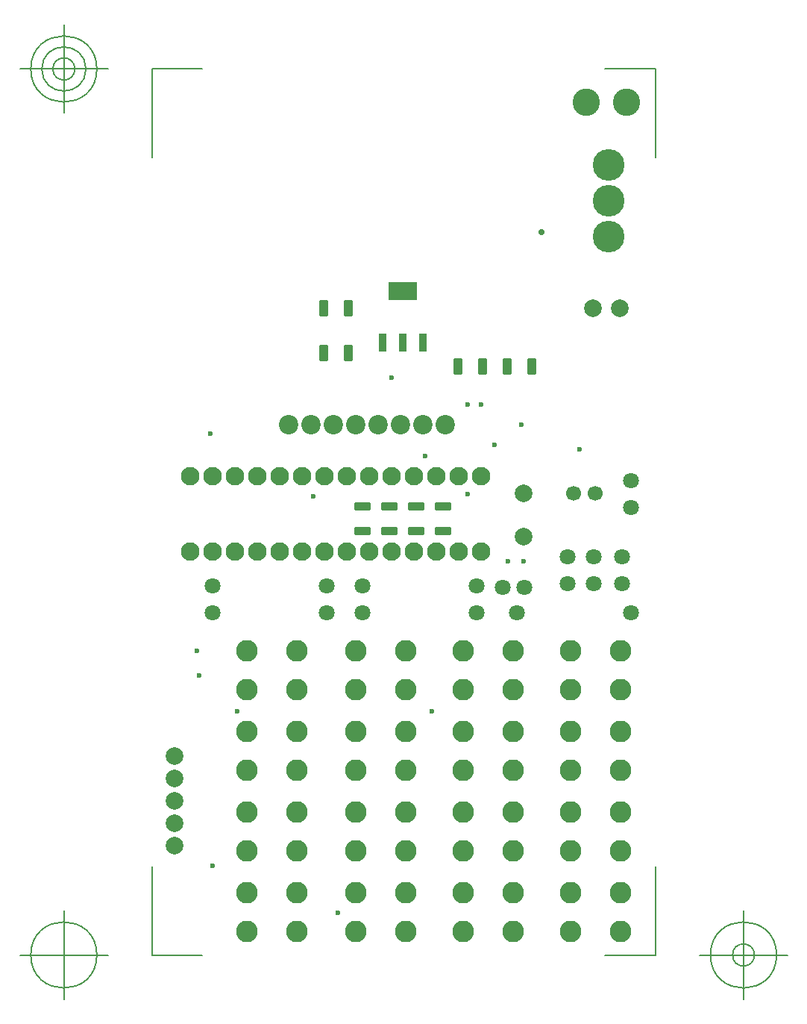
<source format=gbr>
G04 Generated by Ultiboard 14.0 *
%FSLAX34Y34*%
%MOMM*%

%ADD10C,0.0001*%
%ADD11C,0.1270*%
%ADD12C,2.4620*%
%ADD13C,0.6000*%
%ADD14C,1.8000*%
%ADD15C,1.7000*%
%ADD16C,2.1000*%
%ADD17R,0.5718X1.4818*%
%ADD18C,0.4232*%
%ADD19C,0.7000*%
%ADD20C,3.6000*%
%ADD21C,2.0000*%
%ADD22C,2.2000*%
%ADD23R,1.4818X0.5718*%
%ADD24C,3.1000*%
%ADD25R,3.2500X2.1500*%
%ADD26R,0.9500X2.1500*%


G04 ColorRGB 9900CC for the following layer *
%LNSolder Mask Bottom*%
%LPD*%
G54D10*
G54D11*
X-5080Y-2540D02*
X-5080Y97968D01*
X-5080Y-2540D02*
X52078Y-2540D01*
X566500Y-2540D02*
X509342Y-2540D01*
X566500Y-2540D02*
X566500Y97968D01*
X566500Y1002540D02*
X566500Y902032D01*
X566500Y1002540D02*
X509342Y1002540D01*
X-5080Y1002540D02*
X52078Y1002540D01*
X-5080Y1002540D02*
X-5080Y902032D01*
X-55080Y-2540D02*
X-155080Y-2540D01*
X-105080Y-52540D02*
X-105080Y47460D01*
X-142580Y-2540D02*
G75*
D01*
G02X-142580Y-2540I37500J0*
G01*
X616500Y-2540D02*
X716500Y-2540D01*
X666500Y-52540D02*
X666500Y47460D01*
X629000Y-2540D02*
G75*
D01*
G02X629000Y-2540I37500J0*
G01*
X654000Y-2540D02*
G75*
D01*
G02X654000Y-2540I12500J0*
G01*
X-55080Y1002540D02*
X-155080Y1002540D01*
X-105080Y952540D02*
X-105080Y1052540D01*
X-142580Y1002540D02*
G75*
D01*
G02X-142580Y1002540I37500J0*
G01*
X-130080Y1002540D02*
G75*
D01*
G02X-130080Y1002540I25000J0*
G01*
X-117580Y1002540D02*
G75*
D01*
G02X-117580Y1002540I12500J0*
G01*
G54D12*
X469900Y159324D03*
X526900Y159324D03*
X469900Y115324D03*
X526900Y115324D03*
X347980Y67884D03*
X404980Y67884D03*
X347980Y23884D03*
X404980Y23884D03*
X159720Y23884D03*
X102720Y67884D03*
X159720Y67884D03*
X102720Y23884D03*
X102720Y159324D03*
X159720Y159324D03*
X102720Y115324D03*
X159720Y115324D03*
X102720Y342204D03*
X159720Y342204D03*
X102720Y298204D03*
X159720Y298204D03*
X102720Y250764D03*
X159720Y250764D03*
X102720Y206764D03*
X159720Y206764D03*
X226060Y342204D03*
X283060Y342204D03*
X226060Y298204D03*
X283060Y298204D03*
X226060Y250764D03*
X283060Y250764D03*
X226060Y206764D03*
X283060Y206764D03*
X226060Y159324D03*
X283060Y159324D03*
X226060Y115324D03*
X283060Y115324D03*
X347980Y159324D03*
X404980Y159324D03*
X347980Y115324D03*
X404980Y115324D03*
X347980Y250764D03*
X404980Y250764D03*
X347980Y206764D03*
X404980Y206764D03*
X347980Y342204D03*
X404980Y342204D03*
X347980Y298204D03*
X404980Y298204D03*
X469900Y250764D03*
X526900Y250764D03*
X469900Y206764D03*
X526900Y206764D03*
X469900Y342204D03*
X526900Y342204D03*
X469900Y298204D03*
X526900Y298204D03*
X469900Y67884D03*
X526900Y67884D03*
X469900Y23884D03*
X526900Y23884D03*
X226060Y67884D03*
X283060Y67884D03*
X226060Y23884D03*
X283060Y23884D03*
G54D13*
X91440Y274320D03*
X312420Y274320D03*
X416560Y444500D03*
X63500Y99060D03*
X205740Y45720D03*
X48260Y314960D03*
X45720Y342900D03*
X266700Y652780D03*
X398780Y444500D03*
X414020Y599440D03*
X353060Y622300D03*
X368300Y622300D03*
X60960Y589280D03*
X383540Y576580D03*
X304800Y563880D03*
X353060Y520700D03*
X177800Y518160D03*
X480060Y571500D03*
G54D14*
X538480Y505460D03*
X538480Y535940D03*
X63500Y386080D03*
X193040Y386080D03*
X63500Y416560D03*
X193040Y416560D03*
X233680Y416560D03*
X363220Y416560D03*
X363220Y386080D03*
X233680Y386080D03*
X408940Y386080D03*
X538480Y386080D03*
X528320Y449580D03*
X528320Y419100D03*
X392900Y414869D03*
X417900Y414869D03*
X466511Y419100D03*
X466511Y449580D03*
X496640Y449580D03*
X496640Y419100D03*
G54D15*
X498340Y521240D03*
X473340Y521240D03*
G54D16*
X368300Y540340D03*
X342900Y540340D03*
X317500Y540340D03*
X292100Y540340D03*
X266700Y540340D03*
X241300Y540340D03*
X215900Y540340D03*
X190500Y540340D03*
X165100Y540340D03*
X139700Y540340D03*
X114300Y540340D03*
X88900Y540340D03*
X63500Y540340D03*
X38100Y540340D03*
X368300Y455340D03*
X342900Y455340D03*
X317500Y455340D03*
X292100Y455340D03*
X266700Y455340D03*
X241300Y455340D03*
X215900Y455340D03*
X190500Y455340D03*
X165100Y455340D03*
X139700Y455340D03*
X114300Y455340D03*
X88900Y455340D03*
X63500Y455340D03*
X38100Y455340D03*
G54D17*
X341630Y665480D03*
X369570Y665480D03*
X425450Y665480D03*
X397510Y665480D03*
X189230Y731520D03*
X217170Y731520D03*
X189230Y680720D03*
X217170Y680720D03*
G54D18*
X338771Y658071D02*
X344489Y658071D01*
X344489Y672889D01*
X338771Y672889D01*
X338771Y658071D01*D02*
X366711Y658071D02*
X372429Y658071D01*
X372429Y672889D01*
X366711Y672889D01*
X366711Y658071D01*D02*
X422591Y658071D02*
X428309Y658071D01*
X428309Y672889D01*
X422591Y672889D01*
X422591Y658071D01*D02*
X394651Y658071D02*
X400369Y658071D01*
X400369Y672889D01*
X394651Y672889D01*
X394651Y658071D01*D02*
X186371Y724111D02*
X192089Y724111D01*
X192089Y738929D01*
X186371Y738929D01*
X186371Y724111D01*D02*
X214311Y724111D02*
X220029Y724111D01*
X220029Y738929D01*
X214311Y738929D01*
X214311Y724111D01*D02*
X186371Y673311D02*
X192089Y673311D01*
X192089Y688129D01*
X186371Y688129D01*
X186371Y673311D01*D02*
X214311Y673311D02*
X220029Y673311D01*
X220029Y688129D01*
X214311Y688129D01*
X214311Y673311D01*D02*
X226271Y503871D02*
X241089Y503871D01*
X241089Y509589D01*
X226271Y509589D01*
X226271Y503871D01*D02*
X226271Y475931D02*
X241089Y475931D01*
X241089Y481649D01*
X226271Y481649D01*
X226271Y475931D01*D02*
X256751Y475931D02*
X271569Y475931D01*
X271569Y481649D01*
X256751Y481649D01*
X256751Y475931D01*D02*
X256751Y503871D02*
X271569Y503871D01*
X271569Y509589D01*
X256751Y509589D01*
X256751Y503871D01*D02*
X287231Y503871D02*
X302049Y503871D01*
X302049Y509589D01*
X287231Y509589D01*
X287231Y503871D01*D02*
X287231Y475931D02*
X302049Y475931D01*
X302049Y481649D01*
X287231Y481649D01*
X287231Y475931D01*D02*
X317711Y475931D02*
X332529Y475931D01*
X332529Y481649D01*
X317711Y481649D01*
X317711Y475931D01*D02*
X317711Y503871D02*
X332529Y503871D01*
X332529Y509589D01*
X317711Y509589D01*
X317711Y503871D01*D02*
G54D19*
X436880Y817880D03*
G54D20*
X513080Y853440D03*
X513080Y894080D03*
X513080Y812800D03*
G54D21*
X416560Y472441D03*
X416560Y521124D03*
X20320Y147320D03*
X20320Y121920D03*
X20320Y172720D03*
X20320Y198120D03*
X20320Y223520D03*
X495300Y731520D03*
X525780Y731520D03*
G54D22*
X149860Y599440D03*
X175260Y599440D03*
X200660Y599440D03*
X226060Y599440D03*
X251460Y599440D03*
X276860Y599440D03*
X302260Y599440D03*
X327660Y599440D03*
G54D23*
X233680Y506730D03*
X233680Y478790D03*
X264160Y478790D03*
X264160Y506730D03*
X294640Y506730D03*
X294640Y478790D03*
X325120Y478790D03*
X325120Y506730D03*
G54D24*
X487680Y965200D03*
X533400Y965200D03*
G54D25*
X279400Y750360D03*
G54D26*
X256400Y692360D03*
X279400Y692360D03*
X302400Y692360D03*

M02*

</source>
